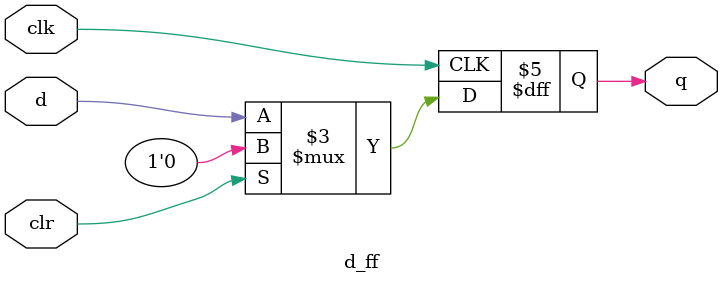
<source format=v>

module d_ff(q,clr,clk,d);
	output reg q;
	input clr,clk,d;
	always @(negedge clk) begin
		if(clr) 
			q <= 1'b0;
		else 
			q <= d;
	end
endmodule
</source>
